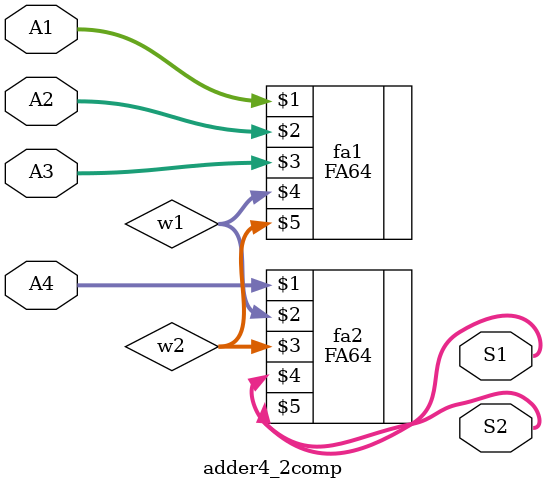
<source format=v>
`timescale 1ns / 1ps
module adder4_2comp(
    input [63:0] A1,
    input [63:0] A2,
    input [63:0] A3,
    input [63:0] A4,
    output [63:0] S1,
    output [63:0] S2
    );
	 
	wire [63:0] w1, w2;

	FA64 fa1 (A1, A2, A3, w1, w2);
	FA64 fa2 (A4, w1, w2, S1, S2);

endmodule

</source>
